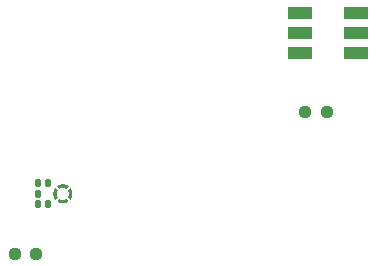
<source format=gbr>
%TF.GenerationSoftware,KiCad,Pcbnew,8.0.8*%
%TF.CreationDate,2025-02-16T12:10:03-08:00*%
%TF.ProjectId,514_pcb,3531345f-7063-4622-9e6b-696361645f70,rev?*%
%TF.SameCoordinates,Original*%
%TF.FileFunction,Paste,Top*%
%TF.FilePolarity,Positive*%
%FSLAX46Y46*%
G04 Gerber Fmt 4.6, Leading zero omitted, Abs format (unit mm)*
G04 Created by KiCad (PCBNEW 8.0.8) date 2025-02-16 12:10:03*
%MOMM*%
%LPD*%
G01*
G04 APERTURE LIST*
G04 Aperture macros list*
%AMRoundRect*
0 Rectangle with rounded corners*
0 $1 Rounding radius*
0 $2 $3 $4 $5 $6 $7 $8 $9 X,Y pos of 4 corners*
0 Add a 4 corners polygon primitive as box body*
4,1,4,$2,$3,$4,$5,$6,$7,$8,$9,$2,$3,0*
0 Add four circle primitives for the rounded corners*
1,1,$1+$1,$2,$3*
1,1,$1+$1,$4,$5*
1,1,$1+$1,$6,$7*
1,1,$1+$1,$8,$9*
0 Add four rect primitives between the rounded corners*
20,1,$1+$1,$2,$3,$4,$5,0*
20,1,$1+$1,$4,$5,$6,$7,0*
20,1,$1+$1,$6,$7,$8,$9,0*
20,1,$1+$1,$8,$9,$2,$3,0*%
G04 Aperture macros list end*
%ADD10C,0.000000*%
%ADD11R,2.000000X1.100000*%
%ADD12RoundRect,0.237500X0.250000X0.237500X-0.250000X0.237500X-0.250000X-0.237500X0.250000X-0.237500X0*%
%ADD13RoundRect,0.237500X-0.250000X-0.237500X0.250000X-0.237500X0.250000X0.237500X-0.250000X0.237500X0*%
%ADD14RoundRect,0.130500X0.130500X-0.169500X0.130500X0.169500X-0.130500X0.169500X-0.130500X-0.169500X0*%
G04 APERTURE END LIST*
D10*
%TO.C,MK1*%
G36*
X108741900Y-106615300D02*
G01*
X108700200Y-106690700D01*
X108671700Y-106772000D01*
X108657300Y-106856900D01*
X108657300Y-106943100D01*
X108671700Y-107028000D01*
X108700200Y-107109300D01*
X108741900Y-107184700D01*
X108527100Y-107399400D01*
X108444700Y-107270000D01*
X108388000Y-107127400D01*
X108359100Y-106976700D01*
X108359100Y-106823300D01*
X108388000Y-106672600D01*
X108444700Y-106530000D01*
X108527100Y-106400600D01*
X108741900Y-106615300D01*
G37*
G36*
X109395400Y-106120000D02*
G01*
X109538000Y-106176700D01*
X109667400Y-106259100D01*
X109452700Y-106473900D01*
X109377300Y-106432200D01*
X109296000Y-106403700D01*
X109211100Y-106389300D01*
X109124900Y-106389300D01*
X109040000Y-106403700D01*
X108958700Y-106432200D01*
X108883300Y-106473900D01*
X108668600Y-106259100D01*
X108798000Y-106176700D01*
X108940600Y-106120000D01*
X109091300Y-106091100D01*
X109244700Y-106091100D01*
X109395400Y-106120000D01*
G37*
G36*
X109667400Y-107540900D02*
G01*
X109538000Y-107623300D01*
X109395400Y-107680000D01*
X109244700Y-107708900D01*
X109091300Y-107708900D01*
X108940600Y-107680000D01*
X108798000Y-107623300D01*
X108668600Y-107540900D01*
X108883300Y-107326100D01*
X108958700Y-107367800D01*
X109040000Y-107396300D01*
X109124900Y-107410700D01*
X109211100Y-107410700D01*
X109296000Y-107396300D01*
X109377300Y-107367800D01*
X109452700Y-107326100D01*
X109667400Y-107540900D01*
G37*
G36*
X109891300Y-106530000D02*
G01*
X109948000Y-106672600D01*
X109976900Y-106823300D01*
X109976900Y-106976700D01*
X109948000Y-107127400D01*
X109891300Y-107270000D01*
X109808900Y-107399400D01*
X109594100Y-107184700D01*
X109635800Y-107109300D01*
X109664300Y-107028000D01*
X109678700Y-106943100D01*
X109678700Y-106856900D01*
X109664300Y-106772000D01*
X109635800Y-106690700D01*
X109594100Y-106615300D01*
X109808900Y-106400600D01*
X109891300Y-106530000D01*
G37*
%TD*%
D11*
%TO.C,D1*%
X129200000Y-91600000D03*
X129200000Y-93300000D03*
X129200000Y-95000000D03*
X134000000Y-95000000D03*
X134000000Y-93300000D03*
X134000000Y-91600000D03*
%TD*%
D12*
%TO.C,C1*%
X131500000Y-100000000D03*
X129675000Y-100000000D03*
%TD*%
D13*
%TO.C,R1*%
X105087500Y-112000000D03*
X106912500Y-112000000D03*
%TD*%
D14*
%TO.C,MK1*%
X107094000Y-107800000D03*
X107916000Y-107800000D03*
X107916000Y-106000000D03*
X107094000Y-106000000D03*
X107094000Y-106900000D03*
%TD*%
M02*

</source>
